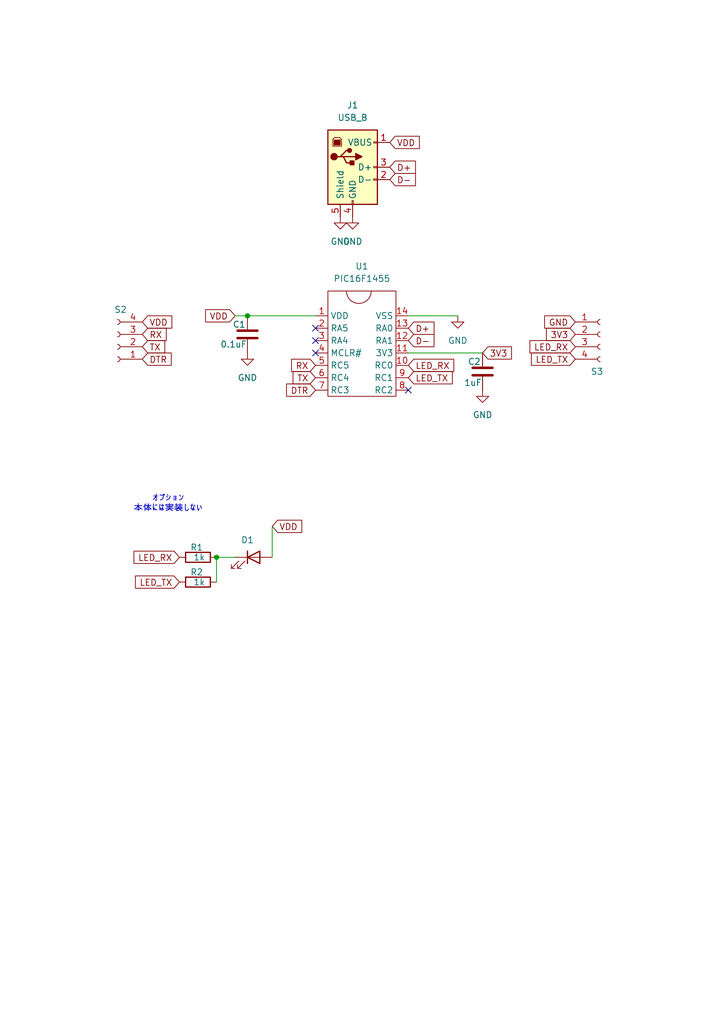
<source format=kicad_sch>
(kicad_sch (version 20250114) (generator "eeschema") (generator_version "9.0")
  (paper "A5" portrait)
  (lib_symbols
    (symbol "0Ore:PIC16F1455"
      (property "Reference" "U" (at 0 0 0))
      (symbol "PIC16F1455_0_1"
        (rectangle (start -7.62 22.86) (end 6.35 1.27))
        (arc (start -1.27 20.32) (mid -3.0661 21.0639) (end -3.81 22.86))
        (arc (start 1.27 22.86) (mid 0.5261 21.0639) (end -1.27 20.32))
      )
      (symbol "PIC16F1455_1_1"
        (pin output line (at -10.16 17.78 0) (length 2.54) (name "VDD") (number "1"))
        (pin bidirectional line (at -10.16 15.24 0) (length 2.54) (name "RA5") (number "2"))
        (pin bidirectional line (at -10.16 12.7 0) (length 2.54) (name "RA4") (number "3"))
        (pin input line (at -10.16 10.16 0) (length 2.54) (name "MCLR#") (number "4"))
        (pin bidirectional line (at -10.16 7.62 0) (length 2.54) (name "RC5") (number "5"))
        (pin bidirectional line (at -10.16 5.08 0) (length 2.54) (name "RC4") (number "6"))
        (pin bidirectional line (at -10.16 2.54 0) (length 2.54) (name "RC3") (number "7"))
        (pin output line (at 8.89 17.78 180) (length 2.54) (name "VSS") (number "14"))
        (pin bidirectional line (at 8.89 15.24 180) (length 2.54) (name "RA0") (number "13"))
        (pin bidirectional line (at 8.89 12.7 180) (length 2.54) (name "RA1") (number "12"))
        (pin output line (at 8.89 10.16 180) (length 2.54) (name "3V3") (number "11"))
        (pin bidirectional line (at 8.89 7.62 180) (length 2.54) (name "RC0") (number "10"))
        (pin bidirectional line (at 8.89 5.08 180) (length 2.54) (name "RC1") (number "9"))
        (pin bidirectional line (at 8.89 2.54 180) (length 2.54) (name "RC2") (number "8"))
      )
    )
    (symbol "Connector:Conn_01x04_Socket" (pin_names (offset 1.016) (hide yes))
      (property "Reference" "J" (at 0 5.08 0))
      (property "Value" "Conn_01x04_Socket" (at 0 -7.62 0))
      (symbol "Conn_01x04_Socket_1_1"
        (polyline (pts (xy -1.27 2.54) (xy -0.508 2.54)) (stroke (width 0.1524)))
        (polyline (pts (xy -1.27 0) (xy -0.508 0)) (stroke (width 0.1524)))
        (polyline (pts (xy -1.27 -2.54) (xy -0.508 -2.54)) (stroke (width 0.1524)))
        (polyline (pts (xy -1.27 -5.08) (xy -0.508 -5.08)) (stroke (width 0.1524)))
        (arc (start 0 2.032) (mid -0.5058 2.54) (end 0 3.048) (stroke (width 0.1524)))
        (arc (start 0 -0.508) (mid -0.5058 0) (end 0 0.508) (stroke (width 0.1524)))
        (arc (start 0 -3.048) (mid -0.5058 -2.54) (end 0 -2.032) (stroke (width 0.1524)))
        (arc (start 0 -5.588) (mid -0.5058 -5.08) (end 0 -4.572) (stroke (width 0.1524)))
        (pin passive line (at -5.08 2.54 0) (length 3.81) (name "Pin_1") (number "1"))
        (pin passive line (at -5.08 0 0) (length 3.81) (name "Pin_2") (number "2"))
        (pin passive line (at -5.08 -2.54 0) (length 3.81) (name "Pin_3") (number "3"))
        (pin passive line (at -5.08 -5.08 0) (length 3.81) (name "Pin_4") (number "4"))
      )
    )
    (symbol "Connector:USB_B" (pin_names (offset 1.016))
      (property "Reference" "J" (at -5.08 11.43 0))
      (property "Value" "USB_B" (at -5.08 8.89 0))
      (symbol "USB_B_0_1"
        (rectangle (start -5.08 -7.62) (end 5.08 7.62) (stroke (width 0.254)) (fill (type background)))
        (polyline (pts (xy -4.064 4.318) (xy -2.286 4.318) (xy -2.286 5.715) (xy -2.667 6.096) (xy -3.683 6.096) (xy -4.064 5.715) (xy -4.064 4.318)))
        (rectangle (start -3.81 5.588) (end -2.54 4.572) (fill (type outline)))
        (circle (center -3.81 2.159) (radius 0.635) (stroke (width 0.254)) (fill (type outline)))
        (polyline (pts (xy -3.175 2.159) (xy -2.54 2.159) (xy -1.27 3.429) (xy -0.635 3.429)) (stroke (width 0.254)))
        (polyline (pts (xy -2.54 2.159) (xy -1.905 2.159) (xy -1.27 0.889) (xy 0 0.889)) (stroke (width 0.254)))
        (polyline (pts (xy -1.905 2.159) (xy 0.635 2.159)) (stroke (width 0.254)))
        (circle (center -0.635 3.429) (radius 0.381) (stroke (width 0.254)) (fill (type outline)))
        (rectangle (start -0.127 -7.62) (end 0.127 -6.858))
        (rectangle (start 0.254 1.27) (end -0.508 0.508) (stroke (width 0.254)) (fill (type outline)))
        (polyline (pts (xy 0.635 2.794) (xy 0.635 1.524) (xy 1.905 2.159) (xy 0.635 2.794)) (stroke (width 0.254)) (fill (type outline)))
        (rectangle (start 5.08 4.953) (end 4.318 5.207))
        (rectangle (start 5.08 -0.127) (end 4.318 0.127))
        (rectangle (start 5.08 -2.667) (end 4.318 -2.413))
      )
      (symbol "USB_B_1_1"
        (pin passive line (at -2.54 -10.16 90) (length 2.54) (name "Shield") (number "5"))
        (pin power_out line (at 0 -10.16 90) (length 2.54) (name "GND") (number "4"))
        (pin power_out line (at 7.62 5.08 180) (length 2.54) (name "VBUS") (number "1"))
        (pin bidirectional line (at 7.62 0 180) (length 2.54) (name "D+") (number "3"))
        (pin bidirectional line (at 7.62 -2.54 180) (length 2.54) (name "D-") (number "2"))
      )
    )
    (symbol "Device:C" (pin_numbers (hide yes)) (pin_names (offset 0.254))
      (property "Reference" "C" (at 0.635 2.54 0))
      (property "Value" "C" (at 0.635 -2.54 0))
      (symbol "C_0_1"
        (polyline (pts (xy -2.032 0.762) (xy 2.032 0.762)) (stroke (width 0.508)))
        (polyline (pts (xy -2.032 -0.762) (xy 2.032 -0.762)) (stroke (width 0.508)))
      )
      (symbol "C_1_1"
        (pin passive line (at 0 3.81 270) (length 2.794) (name "~") (number "1"))
        (pin passive line (at 0 -3.81 90) (length 2.794) (name "~") (number "2"))
      )
    )
    (symbol "Device:LED" (pin_numbers (hide yes)) (pin_names (offset 1.016) (hide yes))
      (property "Reference" "D" (at 0 2.54 0))
      (property "Value" "LED" (at 0 -2.54 0))
      (symbol "LED_0_1"
        (polyline (pts (xy -3.048 -0.762) (xy -4.572 -2.286) (xy -3.81 -2.286) (xy -4.572 -2.286) (xy -4.572 -1.524)))
        (polyline (pts (xy -1.778 -0.762) (xy -3.302 -2.286) (xy -2.54 -2.286) (xy -3.302 -2.286) (xy -3.302 -1.524)))
        (polyline (pts (xy -1.27 0) (xy 1.27 0)))
        (polyline (pts (xy -1.27 -1.27) (xy -1.27 1.27)) (stroke (width 0.254)))
        (polyline (pts (xy 1.27 -1.27) (xy 1.27 1.27) (xy -1.27 0) (xy 1.27 -1.27)) (stroke (width 0.254)))
      )
      (symbol "LED_1_1"
        (pin passive line (at -3.81 0 0) (length 2.54) (name "K") (number "1"))
        (pin passive line (at 3.81 0 180) (length 2.54) (name "A") (number "2"))
      )
    )
    (symbol "Device:R" (pin_numbers (hide yes)) (pin_names (offset 0))
      (property "Reference" "R" (at 2.032 0 90))
      (property "Value" "R" (at 0 0 90))
      (symbol "R_0_1"
        (rectangle (start -1.016 -2.54) (end 1.016 2.54) (stroke (width 0.254)))
      )
      (symbol "R_1_1"
        (pin passive line (at 0 3.81 270) (length 1.27) (name "~") (number "1"))
        (pin passive line (at 0 -3.81 90) (length 1.27) (name "~") (number "2"))
      )
    )
    (symbol "power:GND" (power) (pin_numbers (hide yes)) (pin_names (offset 0) (hide yes))
      (property "Value" "GND" (at 0 -3.81 0))
      (symbol "GND_0_1"
        (polyline (pts (xy 0 0) (xy 0 -1.27) (xy 1.27 -1.27) (xy 0 -2.54) (xy -1.27 -1.27) (xy 0 -1.27)))
      )
      (symbol "GND_1_1"
        (pin power_in line (at 0 0 270) (length 0) (name "~") (number "1"))
      )
    )
  )
  (text "オプション\n本体には実装しない\n" (at 34.544 103.378 0) (effects (font (size 1.27 1.27))))
  (junction (at 50.8 64.77))
  (junction (at 44.45 114.3))
  (no_connect (at 83.82 80.01))
  (no_connect (at 64.77 67.31))
  (no_connect (at 64.77 69.85))
  (no_connect (at 64.77 72.39))
  (wire (pts (xy 44.45 114.3) (xy 48.26 114.3)))
  (wire (pts (xy 83.82 64.77) (xy 93.98 64.77)))
  (wire (pts (xy 48.26 64.77) (xy 50.8 64.77)))
  (wire (pts (xy 50.8 64.77) (xy 64.77 64.77)))
  (wire (pts (xy 83.82 72.39) (xy 99.06 72.39)))
  (wire (pts (xy 55.88 107.95) (xy 55.88 114.3)))
  (wire (pts (xy 44.45 114.3) (xy 44.45 119.38)))
  (global_label "GND" (shape input) (at 118.11 66.04 180) (property "Intersheetrefs" "${INTERSHEET_REFS}" (effects (hide yes))))
  (global_label "TX" (shape input) (at 29.21 71.12 0) (property "Intersheetrefs" "${INTERSHEET_REFS}" (effects (hide yes))))
  (global_label "LED_TX" (shape input) (at 36.83 119.38 180) (property "Intersheetrefs" "${INTERSHEET_REFS}" (effects (hide yes))))
  (global_label "D-" (shape input) (at 80.01 36.83 0) (property "Intersheetrefs" "${INTERSHEET_REFS}" (effects (hide yes))))
  (global_label "DTR" (shape input) (at 64.77 80.01 180) (property "Intersheetrefs" "${INTERSHEET_REFS}" (effects (hide yes))))
  (global_label "VDD" (shape input) (at 55.88 107.95 0) (property "Intersheetrefs" "${INTERSHEET_REFS}" (effects (hide yes))))
  (global_label "D+" (shape input) (at 80.01 34.29 0) (property "Intersheetrefs" "${INTERSHEET_REFS}" (effects (hide yes))))
  (global_label "LED_RX" (shape input) (at 83.82 74.93 0) (property "Intersheetrefs" "${INTERSHEET_REFS}" (effects (hide yes))))
  (global_label "D-" (shape input) (at 83.82 69.85 0) (property "Intersheetrefs" "${INTERSHEET_REFS}" (effects (hide yes))))
  (global_label "VDD" (shape input) (at 80.01 29.21 0) (property "Intersheetrefs" "${INTERSHEET_REFS}" (effects (hide yes))))
  (global_label "D+" (shape input) (at 83.82 67.31 0) (property "Intersheetrefs" "${INTERSHEET_REFS}" (effects (hide yes))))
  (global_label "LED_RX" (shape input) (at 118.11 71.12 180) (property "Intersheetrefs" "${INTERSHEET_REFS}" (effects (hide yes))))
  (global_label "DTR" (shape input) (at 29.21 73.66 0) (property "Intersheetrefs" "${INTERSHEET_REFS}" (effects (hide yes))))
  (global_label "LED_TX" (shape input) (at 83.82 77.47 0) (property "Intersheetrefs" "${INTERSHEET_REFS}" (effects (hide yes))))
  (global_label "LED_TX" (shape input) (at 118.11 73.66 180) (property "Intersheetrefs" "${INTERSHEET_REFS}" (effects (hide yes))))
  (global_label "RX" (shape input) (at 29.21 68.58 0) (property "Intersheetrefs" "${INTERSHEET_REFS}" (effects (hide yes))))
  (global_label "LED_RX" (shape input) (at 36.83 114.3 180) (property "Intersheetrefs" "${INTERSHEET_REFS}" (effects (hide yes))))
  (global_label "TX" (shape input) (at 64.77 77.47 180) (property "Intersheetrefs" "${INTERSHEET_REFS}" (effects (hide yes))))
  (global_label "VDD" (shape input) (at 29.21 66.04 0) (property "Intersheetrefs" "${INTERSHEET_REFS}" (effects (hide yes))))
  (global_label "RX" (shape input) (at 64.77 74.93 180) (property "Intersheetrefs" "${INTERSHEET_REFS}" (effects (hide yes))))
  (global_label "VDD" (shape input) (at 48.26 64.77 180) (property "Intersheetrefs" "${INTERSHEET_REFS}" (effects (hide yes))))
  (global_label "3V3" (shape input) (at 118.11 68.58 180) (property "Intersheetrefs" "${INTERSHEET_REFS}" (effects (hide yes))))
  (global_label "3V3" (shape input) (at 99.06 72.39 0) (property "Intersheetrefs" "${INTERSHEET_REFS}" (effects (hide yes))))
  (symbol (lib_id "power:GND") (at 99.06 80.01 0) (unit 1)
    (property "Reference" "#PWR04" (effects (hide yes)))
    (property "Value" "GND" (at 99.06 85.09 0))
    (property "Description" "Power symbol creates a global label with name \"GND\" , ground" (effects (hide yes)))
  )
  (symbol (lib_id "Device:C") (at 99.06 76.2 0) (unit 1)
    (property "Reference" "C2" (at 96.012 74.168 0) (effects (justify left)))
    (property "Value" "1uF" (at 95.25 78.486 0) (effects (justify left)))
    (property "Description" "Unpolarized capacitor" (effects (hide yes)))
  )
  (symbol (lib_id "Connector:Conn_01x04_Socket") (at 24.13 71.12 180) (unit 1)
    (property "Reference" "S2" (at 24.765 63.5 0))
    (property "Value" "Conn_01x04_Socket" (effects (hide yes)))
    (property "Description" "Generic connector, single row, 01x04, script generated" (effects (hide yes)))
  )
  (symbol (lib_id "Device:R") (at 40.64 119.38 90) (unit 1)
    (property "Reference" "R2" (at 40.386 117.348 90))
    (property "Value" "1k" (at 40.894 119.38 90))
    (property "Description" "Resistor" (effects (hide yes)))
  )
  (symbol (lib_id "Device:R") (at 40.64 114.3 90) (unit 1)
    (property "Reference" "R1" (at 40.386 112.268 90))
    (property "Value" "1k" (at 40.894 114.3 90))
    (property "Description" "Resistor" (effects (hide yes)))
  )
  (symbol (lib_id "Device:C") (at 50.8 68.58 0) (unit 1)
    (property "Reference" "C1" (at 47.752 66.548 0) (effects (justify left)))
    (property "Value" "0.1uF" (at 45.212 70.612 0) (effects (justify left)))
    (property "Description" "Unpolarized capacitor" (effects (hide yes)))
  )
  (symbol (lib_id "power:GND") (at 69.85 44.45 0) (unit 1)
    (property "Reference" "#PWR03" (effects (hide yes)))
    (property "Value" "GND" (at 69.85 49.53 0))
    (property "Description" "Power symbol creates a global label with name \"GND\" , ground" (effects (hide yes)))
  )
  (symbol (lib_id "power:GND") (at 93.98 64.77 0) (unit 1)
    (property "Reference" "#PWR02" (effects (hide yes)))
    (property "Value" "GND" (at 93.98 69.85 0))
    (property "Description" "Power symbol creates a global label with name \"GND\" , ground" (effects (hide yes)))
  )
  (symbol (lib_id "power:GND") (at 72.39 44.45 0) (unit 1)
    (property "Reference" "#PWR01" (effects (hide yes)))
    (property "Value" "GND" (at 72.39 49.53 0))
    (property "Description" "Power symbol creates a global label with name \"GND\" , ground" (effects (hide yes)))
  )
  (symbol (lib_id "Connector:Conn_01x04_Socket") (at 123.19 68.58 0) (unit 1)
    (property "Reference" "S3" (at 122.555 76.2 0))
    (property "Value" "Conn_01x04_Socket" (effects (hide yes)))
    (property "Description" "Generic connector, single row, 01x04, script generated" (effects (hide yes)))
  )
  (symbol (lib_id "Device:LED") (at 52.07 114.3 0) (unit 1)
    (property "Reference" "D1" (at 50.8 110.744 0))
    (property "Value" "LED" (effects (hide yes)))
    (property "Description" "Light emitting diode" (effects (hide yes)))
  )
  (symbol (lib_id "Connector:USB_B") (at 72.39 34.29 0) (unit 1)
    (property "Reference" "J1" (at 72.39 21.59 0))
    (property "Value" "USB_B" (at 72.39 24.13 0))
    (property "Datasheet" " ~" (effects (hide yes)))
    (property "Description" "USB Type B connector" (effects (hide yes)))
  )
  (symbol (lib_id "0Ore:PIC16F1455") (at 74.93 82.55 0) (unit 1)
    (property "Reference" "U1" (at 74.295 54.61 0))
    (property "Value" "PIC16F1455" (at 74.295 57.15 0))
  )
  (symbol (lib_id "power:GND") (at 50.8 72.39 0) (unit 1)
    (property "Reference" "#PWR05" (effects (hide yes)))
    (property "Value" "GND" (at 50.8 77.47 0))
    (property "Description" "Power symbol creates a global label with name \"GND\" , ground" (effects (hide yes)))
  )
)
</source>
